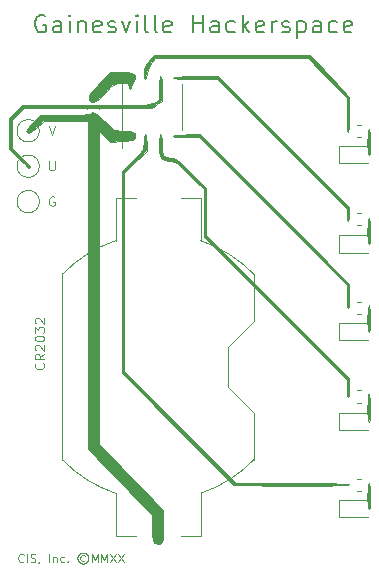
<source format=gbr>
G04 #@! TF.GenerationSoftware,KiCad,Pcbnew,(5.1.4)-1*
G04 #@! TF.CreationDate,2020-07-15T08:52:25-04:00*
G04 #@! TF.ProjectId,LoquatiousOfBored,4c6f7175-6174-4696-9f75-734f66426f72,rev?*
G04 #@! TF.SameCoordinates,Original*
G04 #@! TF.FileFunction,Legend,Top*
G04 #@! TF.FilePolarity,Positive*
%FSLAX46Y46*%
G04 Gerber Fmt 4.6, Leading zero omitted, Abs format (unit mm)*
G04 Created by KiCad (PCBNEW (5.1.4)-1) date 2020-07-15 08:52:25*
%MOMM*%
%LPD*%
G04 APERTURE LIST*
%ADD10C,0.150000*%
%ADD11C,0.100000*%
%ADD12C,0.010000*%
%ADD13C,0.120000*%
G04 APERTURE END LIST*
D10*
X53428571Y-52250000D02*
X53285714Y-52178571D01*
X53071428Y-52178571D01*
X52857142Y-52250000D01*
X52714285Y-52392857D01*
X52642857Y-52535714D01*
X52571428Y-52821428D01*
X52571428Y-53035714D01*
X52642857Y-53321428D01*
X52714285Y-53464285D01*
X52857142Y-53607142D01*
X53071428Y-53678571D01*
X53214285Y-53678571D01*
X53428571Y-53607142D01*
X53500000Y-53535714D01*
X53500000Y-53035714D01*
X53214285Y-53035714D01*
X54785714Y-53678571D02*
X54785714Y-52892857D01*
X54714285Y-52750000D01*
X54571428Y-52678571D01*
X54285714Y-52678571D01*
X54142857Y-52750000D01*
X54785714Y-53607142D02*
X54642857Y-53678571D01*
X54285714Y-53678571D01*
X54142857Y-53607142D01*
X54071428Y-53464285D01*
X54071428Y-53321428D01*
X54142857Y-53178571D01*
X54285714Y-53107142D01*
X54642857Y-53107142D01*
X54785714Y-53035714D01*
X55500000Y-53678571D02*
X55500000Y-52678571D01*
X55500000Y-52178571D02*
X55428571Y-52250000D01*
X55500000Y-52321428D01*
X55571428Y-52250000D01*
X55500000Y-52178571D01*
X55500000Y-52321428D01*
X56214285Y-52678571D02*
X56214285Y-53678571D01*
X56214285Y-52821428D02*
X56285714Y-52750000D01*
X56428571Y-52678571D01*
X56642857Y-52678571D01*
X56785714Y-52750000D01*
X56857142Y-52892857D01*
X56857142Y-53678571D01*
X58142857Y-53607142D02*
X58000000Y-53678571D01*
X57714285Y-53678571D01*
X57571428Y-53607142D01*
X57500000Y-53464285D01*
X57500000Y-52892857D01*
X57571428Y-52750000D01*
X57714285Y-52678571D01*
X58000000Y-52678571D01*
X58142857Y-52750000D01*
X58214285Y-52892857D01*
X58214285Y-53035714D01*
X57500000Y-53178571D01*
X58785714Y-53607142D02*
X58928571Y-53678571D01*
X59214285Y-53678571D01*
X59357142Y-53607142D01*
X59428571Y-53464285D01*
X59428571Y-53392857D01*
X59357142Y-53250000D01*
X59214285Y-53178571D01*
X59000000Y-53178571D01*
X58857142Y-53107142D01*
X58785714Y-52964285D01*
X58785714Y-52892857D01*
X58857142Y-52750000D01*
X59000000Y-52678571D01*
X59214285Y-52678571D01*
X59357142Y-52750000D01*
X59928571Y-52678571D02*
X60285714Y-53678571D01*
X60642857Y-52678571D01*
X61214285Y-53678571D02*
X61214285Y-52678571D01*
X61214285Y-52178571D02*
X61142857Y-52250000D01*
X61214285Y-52321428D01*
X61285714Y-52250000D01*
X61214285Y-52178571D01*
X61214285Y-52321428D01*
X62142857Y-53678571D02*
X62000000Y-53607142D01*
X61928571Y-53464285D01*
X61928571Y-52178571D01*
X62928571Y-53678571D02*
X62785714Y-53607142D01*
X62714285Y-53464285D01*
X62714285Y-52178571D01*
X64071428Y-53607142D02*
X63928571Y-53678571D01*
X63642857Y-53678571D01*
X63500000Y-53607142D01*
X63428571Y-53464285D01*
X63428571Y-52892857D01*
X63500000Y-52750000D01*
X63642857Y-52678571D01*
X63928571Y-52678571D01*
X64071428Y-52750000D01*
X64142857Y-52892857D01*
X64142857Y-53035714D01*
X63428571Y-53178571D01*
X65928571Y-53678571D02*
X65928571Y-52178571D01*
X65928571Y-52892857D02*
X66785714Y-52892857D01*
X66785714Y-53678571D02*
X66785714Y-52178571D01*
X68142857Y-53678571D02*
X68142857Y-52892857D01*
X68071428Y-52750000D01*
X67928571Y-52678571D01*
X67642857Y-52678571D01*
X67500000Y-52750000D01*
X68142857Y-53607142D02*
X68000000Y-53678571D01*
X67642857Y-53678571D01*
X67500000Y-53607142D01*
X67428571Y-53464285D01*
X67428571Y-53321428D01*
X67500000Y-53178571D01*
X67642857Y-53107142D01*
X68000000Y-53107142D01*
X68142857Y-53035714D01*
X69500000Y-53607142D02*
X69357142Y-53678571D01*
X69071428Y-53678571D01*
X68928571Y-53607142D01*
X68857142Y-53535714D01*
X68785714Y-53392857D01*
X68785714Y-52964285D01*
X68857142Y-52821428D01*
X68928571Y-52750000D01*
X69071428Y-52678571D01*
X69357142Y-52678571D01*
X69500000Y-52750000D01*
X70142857Y-53678571D02*
X70142857Y-52178571D01*
X70285714Y-53107142D02*
X70714285Y-53678571D01*
X70714285Y-52678571D02*
X70142857Y-53250000D01*
X71928571Y-53607142D02*
X71785714Y-53678571D01*
X71500000Y-53678571D01*
X71357142Y-53607142D01*
X71285714Y-53464285D01*
X71285714Y-52892857D01*
X71357142Y-52750000D01*
X71500000Y-52678571D01*
X71785714Y-52678571D01*
X71928571Y-52750000D01*
X72000000Y-52892857D01*
X72000000Y-53035714D01*
X71285714Y-53178571D01*
X72642857Y-53678571D02*
X72642857Y-52678571D01*
X72642857Y-52964285D02*
X72714285Y-52821428D01*
X72785714Y-52750000D01*
X72928571Y-52678571D01*
X73071428Y-52678571D01*
X73500000Y-53607142D02*
X73642857Y-53678571D01*
X73928571Y-53678571D01*
X74071428Y-53607142D01*
X74142857Y-53464285D01*
X74142857Y-53392857D01*
X74071428Y-53250000D01*
X73928571Y-53178571D01*
X73714285Y-53178571D01*
X73571428Y-53107142D01*
X73500000Y-52964285D01*
X73500000Y-52892857D01*
X73571428Y-52750000D01*
X73714285Y-52678571D01*
X73928571Y-52678571D01*
X74071428Y-52750000D01*
X74785714Y-52678571D02*
X74785714Y-54178571D01*
X74785714Y-52750000D02*
X74928571Y-52678571D01*
X75214285Y-52678571D01*
X75357142Y-52750000D01*
X75428571Y-52821428D01*
X75500000Y-52964285D01*
X75500000Y-53392857D01*
X75428571Y-53535714D01*
X75357142Y-53607142D01*
X75214285Y-53678571D01*
X74928571Y-53678571D01*
X74785714Y-53607142D01*
X76785714Y-53678571D02*
X76785714Y-52892857D01*
X76714285Y-52750000D01*
X76571428Y-52678571D01*
X76285714Y-52678571D01*
X76142857Y-52750000D01*
X76785714Y-53607142D02*
X76642857Y-53678571D01*
X76285714Y-53678571D01*
X76142857Y-53607142D01*
X76071428Y-53464285D01*
X76071428Y-53321428D01*
X76142857Y-53178571D01*
X76285714Y-53107142D01*
X76642857Y-53107142D01*
X76785714Y-53035714D01*
X78142857Y-53607142D02*
X78000000Y-53678571D01*
X77714285Y-53678571D01*
X77571428Y-53607142D01*
X77500000Y-53535714D01*
X77428571Y-53392857D01*
X77428571Y-52964285D01*
X77500000Y-52821428D01*
X77571428Y-52750000D01*
X77714285Y-52678571D01*
X78000000Y-52678571D01*
X78142857Y-52750000D01*
X79357142Y-53607142D02*
X79214285Y-53678571D01*
X78928571Y-53678571D01*
X78785714Y-53607142D01*
X78714285Y-53464285D01*
X78714285Y-52892857D01*
X78785714Y-52750000D01*
X78928571Y-52678571D01*
X79214285Y-52678571D01*
X79357142Y-52750000D01*
X79428571Y-52892857D01*
X79428571Y-53035714D01*
X78714285Y-53178571D01*
D11*
X53285714Y-81676190D02*
X53323809Y-81714285D01*
X53361904Y-81828571D01*
X53361904Y-81904761D01*
X53323809Y-82019047D01*
X53247619Y-82095238D01*
X53171428Y-82133333D01*
X53019047Y-82171428D01*
X52904761Y-82171428D01*
X52752380Y-82133333D01*
X52676190Y-82095238D01*
X52600000Y-82019047D01*
X52561904Y-81904761D01*
X52561904Y-81828571D01*
X52600000Y-81714285D01*
X52638095Y-81676190D01*
X53361904Y-80876190D02*
X52980952Y-81142857D01*
X53361904Y-81333333D02*
X52561904Y-81333333D01*
X52561904Y-81028571D01*
X52600000Y-80952380D01*
X52638095Y-80914285D01*
X52714285Y-80876190D01*
X52828571Y-80876190D01*
X52904761Y-80914285D01*
X52942857Y-80952380D01*
X52980952Y-81028571D01*
X52980952Y-81333333D01*
X52638095Y-80571428D02*
X52600000Y-80533333D01*
X52561904Y-80457142D01*
X52561904Y-80266666D01*
X52600000Y-80190476D01*
X52638095Y-80152380D01*
X52714285Y-80114285D01*
X52790476Y-80114285D01*
X52904761Y-80152380D01*
X53361904Y-80609523D01*
X53361904Y-80114285D01*
X52561904Y-79619047D02*
X52561904Y-79542857D01*
X52600000Y-79466666D01*
X52638095Y-79428571D01*
X52714285Y-79390476D01*
X52866666Y-79352380D01*
X53057142Y-79352380D01*
X53209523Y-79390476D01*
X53285714Y-79428571D01*
X53323809Y-79466666D01*
X53361904Y-79542857D01*
X53361904Y-79619047D01*
X53323809Y-79695238D01*
X53285714Y-79733333D01*
X53209523Y-79771428D01*
X53057142Y-79809523D01*
X52866666Y-79809523D01*
X52714285Y-79771428D01*
X52638095Y-79733333D01*
X52600000Y-79695238D01*
X52561904Y-79619047D01*
X52561904Y-79085714D02*
X52561904Y-78590476D01*
X52866666Y-78857142D01*
X52866666Y-78742857D01*
X52904761Y-78666666D01*
X52942857Y-78628571D01*
X53019047Y-78590476D01*
X53209523Y-78590476D01*
X53285714Y-78628571D01*
X53323809Y-78666666D01*
X53361904Y-78742857D01*
X53361904Y-78971428D01*
X53323809Y-79047619D01*
X53285714Y-79085714D01*
X52638095Y-78285714D02*
X52600000Y-78247619D01*
X52561904Y-78171428D01*
X52561904Y-77980952D01*
X52600000Y-77904761D01*
X52638095Y-77866666D01*
X52714285Y-77828571D01*
X52790476Y-77828571D01*
X52904761Y-77866666D01*
X53361904Y-78323809D01*
X53361904Y-77828571D01*
X51600000Y-98450000D02*
X51566666Y-98483333D01*
X51466666Y-98516666D01*
X51400000Y-98516666D01*
X51300000Y-98483333D01*
X51233333Y-98416666D01*
X51200000Y-98350000D01*
X51166666Y-98216666D01*
X51166666Y-98116666D01*
X51200000Y-97983333D01*
X51233333Y-97916666D01*
X51300000Y-97850000D01*
X51400000Y-97816666D01*
X51466666Y-97816666D01*
X51566666Y-97850000D01*
X51600000Y-97883333D01*
X51900000Y-98516666D02*
X51900000Y-97816666D01*
X52200000Y-98483333D02*
X52300000Y-98516666D01*
X52466666Y-98516666D01*
X52533333Y-98483333D01*
X52566666Y-98450000D01*
X52600000Y-98383333D01*
X52600000Y-98316666D01*
X52566666Y-98250000D01*
X52533333Y-98216666D01*
X52466666Y-98183333D01*
X52333333Y-98150000D01*
X52266666Y-98116666D01*
X52233333Y-98083333D01*
X52200000Y-98016666D01*
X52200000Y-97950000D01*
X52233333Y-97883333D01*
X52266666Y-97850000D01*
X52333333Y-97816666D01*
X52500000Y-97816666D01*
X52600000Y-97850000D01*
X52933333Y-98483333D02*
X52933333Y-98516666D01*
X52900000Y-98583333D01*
X52866666Y-98616666D01*
X53766666Y-98516666D02*
X53766666Y-97816666D01*
X54100000Y-98050000D02*
X54100000Y-98516666D01*
X54100000Y-98116666D02*
X54133333Y-98083333D01*
X54200000Y-98050000D01*
X54300000Y-98050000D01*
X54366666Y-98083333D01*
X54400000Y-98150000D01*
X54400000Y-98516666D01*
X55033333Y-98483333D02*
X54966666Y-98516666D01*
X54833333Y-98516666D01*
X54766666Y-98483333D01*
X54733333Y-98450000D01*
X54700000Y-98383333D01*
X54700000Y-98183333D01*
X54733333Y-98116666D01*
X54766666Y-98083333D01*
X54833333Y-98050000D01*
X54966666Y-98050000D01*
X55033333Y-98083333D01*
X55333333Y-98450000D02*
X55366666Y-98483333D01*
X55333333Y-98516666D01*
X55300000Y-98483333D01*
X55333333Y-98450000D01*
X55333333Y-98516666D01*
X56766666Y-97983333D02*
X56700000Y-97950000D01*
X56566666Y-97950000D01*
X56500000Y-97983333D01*
X56433333Y-98050000D01*
X56400000Y-98116666D01*
X56400000Y-98250000D01*
X56433333Y-98316666D01*
X56500000Y-98383333D01*
X56566666Y-98416666D01*
X56700000Y-98416666D01*
X56766666Y-98383333D01*
X56633333Y-97716666D02*
X56466666Y-97750000D01*
X56300000Y-97850000D01*
X56200000Y-98016666D01*
X56166666Y-98183333D01*
X56200000Y-98350000D01*
X56300000Y-98516666D01*
X56466666Y-98616666D01*
X56633333Y-98650000D01*
X56800000Y-98616666D01*
X56966666Y-98516666D01*
X57066666Y-98350000D01*
X57100000Y-98183333D01*
X57066666Y-98016666D01*
X56966666Y-97850000D01*
X56800000Y-97750000D01*
X56633333Y-97716666D01*
X57400000Y-98516666D02*
X57400000Y-97816666D01*
X57633333Y-98316666D01*
X57866666Y-97816666D01*
X57866666Y-98516666D01*
X58200000Y-98516666D02*
X58200000Y-97816666D01*
X58433333Y-98316666D01*
X58666666Y-97816666D01*
X58666666Y-98516666D01*
X58933333Y-97816666D02*
X59400000Y-98516666D01*
X59400000Y-97816666D02*
X58933333Y-98516666D01*
X59600000Y-97816666D02*
X60066666Y-98516666D01*
X60066666Y-97816666D02*
X59600000Y-98516666D01*
X54209523Y-67600000D02*
X54133333Y-67561904D01*
X54019047Y-67561904D01*
X53904761Y-67600000D01*
X53828571Y-67676190D01*
X53790476Y-67752380D01*
X53752380Y-67904761D01*
X53752380Y-68019047D01*
X53790476Y-68171428D01*
X53828571Y-68247619D01*
X53904761Y-68323809D01*
X54019047Y-68361904D01*
X54095238Y-68361904D01*
X54209523Y-68323809D01*
X54247619Y-68285714D01*
X54247619Y-68019047D01*
X54095238Y-68019047D01*
X53771428Y-64561904D02*
X53771428Y-65209523D01*
X53809523Y-65285714D01*
X53847619Y-65323809D01*
X53923809Y-65361904D01*
X54076190Y-65361904D01*
X54152380Y-65323809D01*
X54190476Y-65285714D01*
X54228571Y-65209523D01*
X54228571Y-64561904D01*
X53733333Y-61561904D02*
X54000000Y-62361904D01*
X54266666Y-61561904D01*
D12*
G36*
X60399570Y-57008012D02*
G01*
X60793885Y-57085144D01*
X61012510Y-57241191D01*
X61081450Y-57486185D01*
X61081481Y-57492778D01*
X60996665Y-57739362D01*
X60905093Y-57845556D01*
X60754149Y-58077732D01*
X60728704Y-58212732D01*
X60676600Y-58395856D01*
X60611111Y-58433518D01*
X60515569Y-58335029D01*
X60493518Y-58198333D01*
X60464214Y-58060006D01*
X60338450Y-57989626D01*
X60059454Y-57965672D01*
X59876157Y-57964289D01*
X59583691Y-57970701D01*
X59367339Y-58010616D01*
X59172654Y-58116986D01*
X58945188Y-58322761D01*
X58630494Y-58660894D01*
X58516027Y-58787437D01*
X58091280Y-59230673D01*
X57769817Y-59494754D01*
X57522628Y-59594973D01*
X57320701Y-59546624D01*
X57224444Y-59468333D01*
X57117907Y-59313339D01*
X57114101Y-59132041D01*
X57229584Y-58892816D01*
X57480914Y-58564043D01*
X57884650Y-58114099D01*
X57995527Y-57995755D01*
X58906018Y-57028825D01*
X59803558Y-56999762D01*
X60399570Y-57008012D01*
X60399570Y-57008012D01*
G37*
X60399570Y-57008012D02*
X60793885Y-57085144D01*
X61012510Y-57241191D01*
X61081450Y-57486185D01*
X61081481Y-57492778D01*
X60996665Y-57739362D01*
X60905093Y-57845556D01*
X60754149Y-58077732D01*
X60728704Y-58212732D01*
X60676600Y-58395856D01*
X60611111Y-58433518D01*
X60515569Y-58335029D01*
X60493518Y-58198333D01*
X60464214Y-58060006D01*
X60338450Y-57989626D01*
X60059454Y-57965672D01*
X59876157Y-57964289D01*
X59583691Y-57970701D01*
X59367339Y-58010616D01*
X59172654Y-58116986D01*
X58945188Y-58322761D01*
X58630494Y-58660894D01*
X58516027Y-58787437D01*
X58091280Y-59230673D01*
X57769817Y-59494754D01*
X57522628Y-59594973D01*
X57320701Y-59546624D01*
X57224444Y-59468333D01*
X57117907Y-59313339D01*
X57114101Y-59132041D01*
X57229584Y-58892816D01*
X57480914Y-58564043D01*
X57884650Y-58114099D01*
X57995527Y-57995755D01*
X58906018Y-57028825D01*
X59803558Y-56999762D01*
X60399570Y-57008012D01*
G36*
X77523301Y-57365213D02*
G01*
X79190741Y-59119131D01*
X79190741Y-60599010D01*
X79181742Y-61238689D01*
X79156085Y-61714793D01*
X79115780Y-62002029D01*
X79073148Y-62078889D01*
X79021790Y-61965859D01*
X78983152Y-61644556D01*
X78959462Y-61141655D01*
X78952791Y-60638380D01*
X78950026Y-59197870D01*
X77335892Y-57517215D01*
X75721759Y-55836559D01*
X69234650Y-55841520D01*
X62747540Y-55846481D01*
X62384881Y-56304376D01*
X62107020Y-56757851D01*
X62022222Y-57186320D01*
X61993495Y-57463274D01*
X61922598Y-57605393D01*
X61904630Y-57610370D01*
X61831602Y-57505910D01*
X61790408Y-57244365D01*
X61787037Y-57130392D01*
X61828033Y-56775093D01*
X61978224Y-56447532D01*
X62212776Y-56130855D01*
X62638516Y-55611296D01*
X75855860Y-55611296D01*
X77523301Y-57365213D01*
X77523301Y-57365213D01*
G37*
X77523301Y-57365213D02*
X79190741Y-59119131D01*
X79190741Y-60599010D01*
X79181742Y-61238689D01*
X79156085Y-61714793D01*
X79115780Y-62002029D01*
X79073148Y-62078889D01*
X79021790Y-61965859D01*
X78983152Y-61644556D01*
X78959462Y-61141655D01*
X78952791Y-60638380D01*
X78950026Y-59197870D01*
X77335892Y-57517215D01*
X75721759Y-55836559D01*
X69234650Y-55841520D01*
X62747540Y-55846481D01*
X62384881Y-56304376D01*
X62107020Y-56757851D01*
X62022222Y-57186320D01*
X61993495Y-57463274D01*
X61922598Y-57605393D01*
X61904630Y-57610370D01*
X61831602Y-57505910D01*
X61790408Y-57244365D01*
X61787037Y-57130392D01*
X61828033Y-56775093D01*
X61978224Y-56447532D01*
X62212776Y-56130855D01*
X62638516Y-55611296D01*
X75855860Y-55611296D01*
X77523301Y-57365213D01*
G36*
X80892504Y-61955128D02*
G01*
X80932344Y-62265325D01*
X80952756Y-62738180D01*
X80954630Y-62960833D01*
X80942901Y-63487767D01*
X80910248Y-63866248D01*
X80860474Y-64060161D01*
X80837037Y-64077963D01*
X80781570Y-63966538D01*
X80741730Y-63656341D01*
X80721318Y-63183487D01*
X80719444Y-62960833D01*
X80731173Y-62433899D01*
X80763826Y-62055418D01*
X80813600Y-61861505D01*
X80837037Y-61843704D01*
X80892504Y-61955128D01*
X80892504Y-61955128D01*
G37*
X80892504Y-61955128D02*
X80932344Y-62265325D01*
X80952756Y-62738180D01*
X80954630Y-62960833D01*
X80942901Y-63487767D01*
X80910248Y-63866248D01*
X80860474Y-64060161D01*
X80837037Y-64077963D01*
X80781570Y-63966538D01*
X80741730Y-63656341D01*
X80721318Y-63183487D01*
X80719444Y-62960833D01*
X80731173Y-62433899D01*
X80763826Y-62055418D01*
X80813600Y-61861505D01*
X80837037Y-61843704D01*
X80892504Y-61955128D01*
G36*
X63254708Y-57486088D02*
G01*
X63294986Y-57792639D01*
X63314564Y-58255599D01*
X63315741Y-58419562D01*
X63315741Y-59463938D01*
X62912013Y-59771876D01*
X62508285Y-60079815D01*
X51605449Y-60079815D01*
X51110595Y-60584034D01*
X50615741Y-61088254D01*
X50615741Y-63437998D01*
X51380093Y-64195556D01*
X51790575Y-64613609D01*
X52037850Y-64896084D01*
X52135712Y-65062263D01*
X52097956Y-65131430D01*
X52053096Y-65136296D01*
X51935904Y-65057901D01*
X51696049Y-64847296D01*
X51374347Y-64541350D01*
X51171152Y-64339595D01*
X50380555Y-63542894D01*
X50380555Y-60952918D01*
X50943159Y-60398774D01*
X51505764Y-59844630D01*
X56951627Y-59844630D01*
X58310907Y-59845682D01*
X59453714Y-59845837D01*
X60398736Y-59840588D01*
X61164656Y-59825430D01*
X61770160Y-59795856D01*
X62233934Y-59747361D01*
X62574664Y-59675439D01*
X62811034Y-59575584D01*
X62961731Y-59443291D01*
X63045439Y-59274054D01*
X63080845Y-59063367D01*
X63086633Y-58806724D01*
X63081490Y-58499619D01*
X63080555Y-58366715D01*
X63093658Y-57882756D01*
X63129659Y-57540389D01*
X63183603Y-57381414D01*
X63198148Y-57375185D01*
X63254708Y-57486088D01*
X63254708Y-57486088D01*
G37*
X63254708Y-57486088D02*
X63294986Y-57792639D01*
X63314564Y-58255599D01*
X63315741Y-58419562D01*
X63315741Y-59463938D01*
X62912013Y-59771876D01*
X62508285Y-60079815D01*
X51605449Y-60079815D01*
X51110595Y-60584034D01*
X50615741Y-61088254D01*
X50615741Y-63437998D01*
X51380093Y-64195556D01*
X51790575Y-64613609D01*
X52037850Y-64896084D01*
X52135712Y-65062263D01*
X52097956Y-65131430D01*
X52053096Y-65136296D01*
X51935904Y-65057901D01*
X51696049Y-64847296D01*
X51374347Y-64541350D01*
X51171152Y-64339595D01*
X50380555Y-63542894D01*
X50380555Y-60952918D01*
X50943159Y-60398774D01*
X51505764Y-59844630D01*
X56951627Y-59844630D01*
X58310907Y-59845682D01*
X59453714Y-59845837D01*
X60398736Y-59840588D01*
X61164656Y-59825430D01*
X61770160Y-59795856D01*
X62233934Y-59747361D01*
X62574664Y-59675439D01*
X62811034Y-59575584D01*
X62961731Y-59443291D01*
X63045439Y-59274054D01*
X63080845Y-59063367D01*
X63086633Y-58806724D01*
X63081490Y-58499619D01*
X63080555Y-58366715D01*
X63093658Y-57882756D01*
X63129659Y-57540389D01*
X63183603Y-57381414D01*
X63198148Y-57375185D01*
X63254708Y-57486088D01*
G36*
X73634955Y-62931895D02*
G01*
X79190741Y-68488604D01*
X79190741Y-69046709D01*
X79168525Y-69372185D01*
X79112011Y-69573307D01*
X79073148Y-69604815D01*
X79001357Y-69500078D01*
X78959741Y-69236652D01*
X78955555Y-69104577D01*
X78955555Y-68604339D01*
X73457638Y-63107355D01*
X67959720Y-57610370D01*
X66108101Y-57610370D01*
X65366115Y-57603108D01*
X64798512Y-57582121D01*
X64424141Y-57548604D01*
X64261854Y-57503757D01*
X64256481Y-57492778D01*
X64370962Y-57446178D01*
X64702357Y-57410394D01*
X65232596Y-57386539D01*
X65943608Y-57375725D01*
X66167825Y-57375185D01*
X68079169Y-57375185D01*
X73634955Y-62931895D01*
X73634955Y-62931895D01*
G37*
X73634955Y-62931895D02*
X79190741Y-68488604D01*
X79190741Y-69046709D01*
X79168525Y-69372185D01*
X79112011Y-69573307D01*
X79073148Y-69604815D01*
X79001357Y-69500078D01*
X78959741Y-69236652D01*
X78955555Y-69104577D01*
X78955555Y-68604339D01*
X73457638Y-63107355D01*
X67959720Y-57610370D01*
X66108101Y-57610370D01*
X65366115Y-57603108D01*
X64798512Y-57582121D01*
X64424141Y-57548604D01*
X64261854Y-57503757D01*
X64256481Y-57492778D01*
X64370962Y-57446178D01*
X64702357Y-57410394D01*
X65232596Y-57386539D01*
X65943608Y-57375725D01*
X66167825Y-57375185D01*
X68079169Y-57375185D01*
X73634955Y-62931895D01*
G36*
X80892504Y-69481054D02*
G01*
X80932344Y-69791251D01*
X80952756Y-70264106D01*
X80954630Y-70486759D01*
X80942901Y-71013693D01*
X80910248Y-71392174D01*
X80860474Y-71586087D01*
X80837037Y-71603889D01*
X80781570Y-71492464D01*
X80741730Y-71182267D01*
X80721318Y-70709412D01*
X80719444Y-70486759D01*
X80731173Y-69959825D01*
X80763826Y-69581344D01*
X80813600Y-69387431D01*
X80837037Y-69369630D01*
X80892504Y-69481054D01*
X80892504Y-69481054D01*
G37*
X80892504Y-69481054D02*
X80932344Y-69791251D01*
X80952756Y-70264106D01*
X80954630Y-70486759D01*
X80942901Y-71013693D01*
X80910248Y-71392174D01*
X80860474Y-71586087D01*
X80837037Y-71603889D01*
X80781570Y-71492464D01*
X80741730Y-71182267D01*
X80721318Y-70709412D01*
X80719444Y-70486759D01*
X80731173Y-69959825D01*
X80763826Y-69581344D01*
X80813600Y-69387431D01*
X80837037Y-69369630D01*
X80892504Y-69481054D01*
G36*
X72870547Y-68635080D02*
G01*
X79190741Y-74956087D01*
X79190741Y-75984617D01*
X79178075Y-76481484D01*
X79143126Y-76834627D01*
X79090463Y-77004069D01*
X79073148Y-77013148D01*
X79015410Y-76902853D01*
X78974675Y-76600567D01*
X78956141Y-76149187D01*
X78955555Y-76042597D01*
X78955555Y-75072046D01*
X72693342Y-68810653D01*
X66431128Y-62549259D01*
X65343805Y-62549259D01*
X64826858Y-62537231D01*
X64456830Y-62503839D01*
X64271062Y-62453121D01*
X64256481Y-62431667D01*
X64368101Y-62376630D01*
X64679656Y-62336966D01*
X65156193Y-62316258D01*
X65403417Y-62314074D01*
X66550354Y-62314074D01*
X72870547Y-68635080D01*
X72870547Y-68635080D01*
G37*
X72870547Y-68635080D02*
X79190741Y-74956087D01*
X79190741Y-75984617D01*
X79178075Y-76481484D01*
X79143126Y-76834627D01*
X79090463Y-77004069D01*
X79073148Y-77013148D01*
X79015410Y-76902853D01*
X78974675Y-76600567D01*
X78956141Y-76149187D01*
X78955555Y-76042597D01*
X78955555Y-75072046D01*
X72693342Y-68810653D01*
X66431128Y-62549259D01*
X65343805Y-62549259D01*
X64826858Y-62537231D01*
X64456830Y-62503839D01*
X64271062Y-62453121D01*
X64256481Y-62431667D01*
X64368101Y-62376630D01*
X64679656Y-62336966D01*
X65156193Y-62316258D01*
X65403417Y-62314074D01*
X66550354Y-62314074D01*
X72870547Y-68635080D01*
G36*
X80892504Y-76889388D02*
G01*
X80932344Y-77199585D01*
X80952756Y-77672439D01*
X80954630Y-77895093D01*
X80942901Y-78422026D01*
X80910248Y-78800507D01*
X80860474Y-78994421D01*
X80837037Y-79012222D01*
X80781570Y-78900798D01*
X80741730Y-78590600D01*
X80721318Y-78117746D01*
X80719444Y-77895093D01*
X80731173Y-77368159D01*
X80763826Y-76989678D01*
X80813600Y-76795765D01*
X80837037Y-76777963D01*
X80892504Y-76889388D01*
X80892504Y-76889388D01*
G37*
X80892504Y-76889388D02*
X80932344Y-77199585D01*
X80952756Y-77672439D01*
X80954630Y-77895093D01*
X80942901Y-78422026D01*
X80910248Y-78800507D01*
X80860474Y-78994421D01*
X80837037Y-79012222D01*
X80781570Y-78900798D01*
X80741730Y-78590600D01*
X80721318Y-78117746D01*
X80719444Y-77895093D01*
X80731173Y-77368159D01*
X80763826Y-76989678D01*
X80813600Y-76795765D01*
X80837037Y-76777963D01*
X80892504Y-76889388D01*
G36*
X63257821Y-62423250D02*
G01*
X63299273Y-62717667D01*
X63315698Y-63147658D01*
X63315741Y-63172500D01*
X63335329Y-63659458D01*
X63388944Y-64014104D01*
X63456852Y-64172037D01*
X63658238Y-64262239D01*
X63982719Y-64310572D01*
X64076218Y-64313148D01*
X64269489Y-64322615D01*
X64443983Y-64367657D01*
X64634018Y-64473238D01*
X64873910Y-64664322D01*
X65197977Y-64965874D01*
X65640533Y-65402855D01*
X65816589Y-65579189D01*
X67078704Y-66845229D01*
X67078704Y-70840393D01*
X73134722Y-76895556D01*
X79190741Y-82950718D01*
X79190741Y-83744896D01*
X79174690Y-84155991D01*
X79131908Y-84438787D01*
X79073148Y-84539074D01*
X79011122Y-84431498D01*
X78968857Y-84148385D01*
X78955555Y-83803692D01*
X78955555Y-83068310D01*
X72899537Y-77013148D01*
X66843518Y-70957986D01*
X66843518Y-66962997D01*
X65640295Y-65755665D01*
X65164539Y-65282104D01*
X64816923Y-64951617D01*
X64561686Y-64738610D01*
X64363068Y-64617490D01*
X64185311Y-64562661D01*
X63992654Y-64548530D01*
X63953428Y-64548333D01*
X63569140Y-64510868D01*
X63313204Y-64374715D01*
X63162271Y-64104237D01*
X63092989Y-63663796D01*
X63080555Y-63216157D01*
X63094848Y-62764338D01*
X63133657Y-62448518D01*
X63190876Y-62315530D01*
X63198148Y-62314074D01*
X63257821Y-62423250D01*
X63257821Y-62423250D01*
G37*
X63257821Y-62423250D02*
X63299273Y-62717667D01*
X63315698Y-63147658D01*
X63315741Y-63172500D01*
X63335329Y-63659458D01*
X63388944Y-64014104D01*
X63456852Y-64172037D01*
X63658238Y-64262239D01*
X63982719Y-64310572D01*
X64076218Y-64313148D01*
X64269489Y-64322615D01*
X64443983Y-64367657D01*
X64634018Y-64473238D01*
X64873910Y-64664322D01*
X65197977Y-64965874D01*
X65640533Y-65402855D01*
X65816589Y-65579189D01*
X67078704Y-66845229D01*
X67078704Y-70840393D01*
X73134722Y-76895556D01*
X79190741Y-82950718D01*
X79190741Y-83744896D01*
X79174690Y-84155991D01*
X79131908Y-84438787D01*
X79073148Y-84539074D01*
X79011122Y-84431498D01*
X78968857Y-84148385D01*
X78955555Y-83803692D01*
X78955555Y-83068310D01*
X72899537Y-77013148D01*
X66843518Y-70957986D01*
X66843518Y-66962997D01*
X65640295Y-65755665D01*
X65164539Y-65282104D01*
X64816923Y-64951617D01*
X64561686Y-64738610D01*
X64363068Y-64617490D01*
X64185311Y-64562661D01*
X63992654Y-64548530D01*
X63953428Y-64548333D01*
X63569140Y-64510868D01*
X63313204Y-64374715D01*
X63162271Y-64104237D01*
X63092989Y-63663796D01*
X63080555Y-63216157D01*
X63094848Y-62764338D01*
X63133657Y-62448518D01*
X63190876Y-62315530D01*
X63198148Y-62314074D01*
X63257821Y-62423250D01*
G36*
X80891665Y-84415688D02*
G01*
X80931160Y-84728496D01*
X80952133Y-85208430D01*
X80954630Y-85479815D01*
X80943450Y-86026092D01*
X80912169Y-86421042D01*
X80864175Y-86630780D01*
X80837037Y-86655741D01*
X80782409Y-86543942D01*
X80742914Y-86231134D01*
X80721940Y-85751199D01*
X80719444Y-85479815D01*
X80730624Y-84933537D01*
X80761905Y-84538588D01*
X80809898Y-84328849D01*
X80837037Y-84303889D01*
X80891665Y-84415688D01*
X80891665Y-84415688D01*
G37*
X80891665Y-84415688D02*
X80931160Y-84728496D01*
X80952133Y-85208430D01*
X80954630Y-85479815D01*
X80943450Y-86026092D01*
X80912169Y-86421042D01*
X80864175Y-86630780D01*
X80837037Y-86655741D01*
X80782409Y-86543942D01*
X80742914Y-86231134D01*
X80721940Y-85751199D01*
X80719444Y-85479815D01*
X80730624Y-84933537D01*
X80761905Y-84538588D01*
X80809898Y-84328849D01*
X80837037Y-84303889D01*
X80891665Y-84415688D01*
G36*
X61967825Y-62420736D02*
G01*
X62010470Y-62697367D01*
X62022222Y-62992990D01*
X62022222Y-63671906D01*
X61081481Y-64607130D01*
X60140741Y-65542353D01*
X60144993Y-82363611D01*
X64861955Y-87096713D01*
X69578918Y-91829815D01*
X74384829Y-91829815D01*
X75714825Y-91832671D01*
X76837572Y-91841157D01*
X77748044Y-91855151D01*
X78441214Y-91874530D01*
X78912058Y-91899169D01*
X79155550Y-91928947D01*
X79190741Y-91947407D01*
X79073892Y-91979455D01*
X78726181Y-92005692D01*
X78151861Y-92026031D01*
X77355187Y-92040383D01*
X76340411Y-92048661D01*
X75111787Y-92050776D01*
X74281250Y-92049074D01*
X69371759Y-92033149D01*
X59905555Y-82470225D01*
X59905555Y-65424760D01*
X60846296Y-64489537D01*
X61252934Y-64082015D01*
X61521367Y-63792737D01*
X61680296Y-63574250D01*
X61758422Y-63379105D01*
X61784446Y-63159849D01*
X61787037Y-62934194D01*
X61807152Y-62588401D01*
X61858843Y-62363292D01*
X61904630Y-62314074D01*
X61967825Y-62420736D01*
X61967825Y-62420736D01*
G37*
X61967825Y-62420736D02*
X62010470Y-62697367D01*
X62022222Y-62992990D01*
X62022222Y-63671906D01*
X61081481Y-64607130D01*
X60140741Y-65542353D01*
X60144993Y-82363611D01*
X64861955Y-87096713D01*
X69578918Y-91829815D01*
X74384829Y-91829815D01*
X75714825Y-91832671D01*
X76837572Y-91841157D01*
X77748044Y-91855151D01*
X78441214Y-91874530D01*
X78912058Y-91899169D01*
X79155550Y-91928947D01*
X79190741Y-91947407D01*
X79073892Y-91979455D01*
X78726181Y-92005692D01*
X78151861Y-92026031D01*
X77355187Y-92040383D01*
X76340411Y-92048661D01*
X75111787Y-92050776D01*
X74281250Y-92049074D01*
X69371759Y-92033149D01*
X59905555Y-82470225D01*
X59905555Y-65424760D01*
X60846296Y-64489537D01*
X61252934Y-64082015D01*
X61521367Y-63792737D01*
X61680296Y-63574250D01*
X61758422Y-63379105D01*
X61784446Y-63159849D01*
X61787037Y-62934194D01*
X61807152Y-62588401D01*
X61858843Y-62363292D01*
X61904630Y-62314074D01*
X61967825Y-62420736D01*
G36*
X80892504Y-91941239D02*
G01*
X80932344Y-92251437D01*
X80952756Y-92724291D01*
X80954630Y-92946944D01*
X80942901Y-93473878D01*
X80910248Y-93852359D01*
X80860474Y-94046272D01*
X80837037Y-94064074D01*
X80781570Y-93952649D01*
X80741730Y-93642452D01*
X80721318Y-93169598D01*
X80719444Y-92946944D01*
X80731173Y-92420011D01*
X80763826Y-92041529D01*
X80813600Y-91847616D01*
X80837037Y-91829815D01*
X80892504Y-91941239D01*
X80892504Y-91941239D01*
G37*
X80892504Y-91941239D02*
X80932344Y-92251437D01*
X80952756Y-92724291D01*
X80954630Y-92946944D01*
X80942901Y-93473878D01*
X80910248Y-93852359D01*
X80860474Y-94046272D01*
X80837037Y-94064074D01*
X80781570Y-93952649D01*
X80741730Y-93642452D01*
X80721318Y-93169598D01*
X80719444Y-92946944D01*
X80731173Y-92420011D01*
X80763826Y-92041529D01*
X80813600Y-91847616D01*
X80837037Y-91829815D01*
X80892504Y-91941239D01*
G36*
X57658321Y-60497259D02*
G01*
X57999550Y-60734475D01*
X58455882Y-61158167D01*
X58489765Y-61192223D01*
X59242643Y-61951854D01*
X60061548Y-61985973D01*
X60537206Y-62021171D01*
X60829044Y-62086614D01*
X60987784Y-62195137D01*
X61009764Y-62225880D01*
X61076035Y-62479876D01*
X61009689Y-62637454D01*
X60893284Y-62745655D01*
X60676163Y-62815560D01*
X60309606Y-62857748D01*
X59903308Y-62877706D01*
X58926312Y-62912171D01*
X58024074Y-62031159D01*
X58024074Y-88557718D01*
X60727540Y-91340294D01*
X63431005Y-94122870D01*
X63432169Y-95422268D01*
X63422563Y-96071361D01*
X63385655Y-96519916D01*
X63311354Y-96801946D01*
X63189569Y-96951470D01*
X63010208Y-97002501D01*
X62962963Y-97003889D01*
X62716051Y-96925436D01*
X62633704Y-96862778D01*
X62558379Y-96661784D01*
X62510440Y-96251210D01*
X62492642Y-95655366D01*
X62492593Y-95617808D01*
X62492593Y-94513949D01*
X59789127Y-91731373D01*
X57085661Y-88948796D01*
X57083333Y-61138148D01*
X53296130Y-61138148D01*
X52707569Y-61667315D01*
X52348994Y-61978717D01*
X52116454Y-62142593D01*
X51969199Y-62177232D01*
X51866477Y-62100922D01*
X51837439Y-62057817D01*
X51875071Y-61906481D01*
X52078817Y-61641355D01*
X52423945Y-61293465D01*
X53096151Y-60667778D01*
X55141598Y-60667778D01*
X55902593Y-60661131D01*
X56519319Y-60642151D01*
X56965835Y-60612279D01*
X57216198Y-60572953D01*
X57259722Y-60550185D01*
X57416832Y-60438502D01*
X57658321Y-60497259D01*
X57658321Y-60497259D01*
G37*
X57658321Y-60497259D02*
X57999550Y-60734475D01*
X58455882Y-61158167D01*
X58489765Y-61192223D01*
X59242643Y-61951854D01*
X60061548Y-61985973D01*
X60537206Y-62021171D01*
X60829044Y-62086614D01*
X60987784Y-62195137D01*
X61009764Y-62225880D01*
X61076035Y-62479876D01*
X61009689Y-62637454D01*
X60893284Y-62745655D01*
X60676163Y-62815560D01*
X60309606Y-62857748D01*
X59903308Y-62877706D01*
X58926312Y-62912171D01*
X58024074Y-62031159D01*
X58024074Y-88557718D01*
X60727540Y-91340294D01*
X63431005Y-94122870D01*
X63432169Y-95422268D01*
X63422563Y-96071361D01*
X63385655Y-96519916D01*
X63311354Y-96801946D01*
X63189569Y-96951470D01*
X63010208Y-97002501D01*
X62962963Y-97003889D01*
X62716051Y-96925436D01*
X62633704Y-96862778D01*
X62558379Y-96661784D01*
X62510440Y-96251210D01*
X62492642Y-95655366D01*
X62492593Y-95617808D01*
X62492593Y-94513949D01*
X59789127Y-91731373D01*
X57085661Y-88948796D01*
X57083333Y-61138148D01*
X53296130Y-61138148D01*
X52707569Y-61667315D01*
X52348994Y-61978717D01*
X52116454Y-62142593D01*
X51969199Y-62177232D01*
X51866477Y-62100922D01*
X51837439Y-62057817D01*
X51875071Y-61906481D01*
X52078817Y-61641355D01*
X52423945Y-61293465D01*
X53096151Y-60667778D01*
X55141598Y-60667778D01*
X55902593Y-60661131D01*
X56519319Y-60642151D01*
X56965835Y-60612279D01*
X57216198Y-60572953D01*
X57259722Y-60550185D01*
X57416832Y-60438502D01*
X57658321Y-60497259D01*
D13*
X59390000Y-96310000D02*
X59390000Y-92692000D01*
X61100000Y-96310000D02*
X59390000Y-96310000D01*
X54890000Y-89847300D02*
X54890000Y-74152700D01*
X61100000Y-67690000D02*
X59390000Y-67690000D01*
X59390000Y-71308000D02*
X59390000Y-67690000D01*
X66610000Y-67690000D02*
X66610000Y-71308000D01*
X64900000Y-67690000D02*
X66610000Y-67690000D01*
X71110000Y-74152700D02*
X71110000Y-78140000D01*
X68910000Y-80340000D02*
X71110000Y-78140000D01*
X68910000Y-80340000D02*
X68910000Y-83660000D01*
X68910000Y-83660000D02*
X71110000Y-85860000D01*
X71110000Y-85860000D02*
X71110000Y-89847300D01*
X66610000Y-92692000D02*
X66610000Y-96310000D01*
X64900000Y-96310000D02*
X66610000Y-96310000D01*
X54888211Y-89845370D02*
G75*
G03X59390000Y-92692000I8111789J7845370D01*
G01*
X71111789Y-74154630D02*
G75*
G03X66610000Y-71308000I-8111789J-7845370D01*
G01*
X54888211Y-74154630D02*
G75*
G02X59390000Y-71308000I8111789J-7845370D01*
G01*
X71111789Y-89845370D02*
G75*
G02X66610000Y-92692000I-8111789J7845370D01*
G01*
X59940000Y-60000000D02*
X59940000Y-63450000D01*
X59940000Y-60000000D02*
X59940000Y-58050000D01*
X65060000Y-60000000D02*
X65060000Y-61950000D01*
X65060000Y-60000000D02*
X65060000Y-58050000D01*
X58010000Y-60171267D02*
X58010000Y-59828733D01*
X56990000Y-60171267D02*
X56990000Y-59828733D01*
X80171267Y-83990000D02*
X79828733Y-83990000D01*
X80171267Y-85010000D02*
X79828733Y-85010000D01*
X80171267Y-91490000D02*
X79828733Y-91490000D01*
X80171267Y-92510000D02*
X79828733Y-92510000D01*
X80171267Y-61490000D02*
X79828733Y-61490000D01*
X80171267Y-62510000D02*
X79828733Y-62510000D01*
X80171267Y-68990000D02*
X79828733Y-68990000D01*
X80171267Y-70010000D02*
X79828733Y-70010000D01*
X80171267Y-76490000D02*
X79828733Y-76490000D01*
X80171267Y-77510000D02*
X79828733Y-77510000D01*
X52950000Y-68000000D02*
G75*
G03X52950000Y-68000000I-950000J0D01*
G01*
X52950000Y-62000000D02*
G75*
G03X52950000Y-62000000I-950000J0D01*
G01*
X52950000Y-65000000D02*
G75*
G03X52950000Y-65000000I-950000J0D01*
G01*
X78340000Y-87335000D02*
X80800000Y-87335000D01*
X78340000Y-85865000D02*
X78340000Y-87335000D01*
X80800000Y-85865000D02*
X78340000Y-85865000D01*
X78340000Y-94735000D02*
X80800000Y-94735000D01*
X78340000Y-93265000D02*
X78340000Y-94735000D01*
X80800000Y-93265000D02*
X78340000Y-93265000D01*
X78340000Y-64735000D02*
X80800000Y-64735000D01*
X78340000Y-63265000D02*
X78340000Y-64735000D01*
X80800000Y-63265000D02*
X78340000Y-63265000D01*
X78340000Y-72335000D02*
X80800000Y-72335000D01*
X78340000Y-70865000D02*
X78340000Y-72335000D01*
X80800000Y-70865000D02*
X78340000Y-70865000D01*
X78340000Y-79735000D02*
X80800000Y-79735000D01*
X78340000Y-78265000D02*
X78340000Y-79735000D01*
X80800000Y-78265000D02*
X78340000Y-78265000D01*
M02*

</source>
